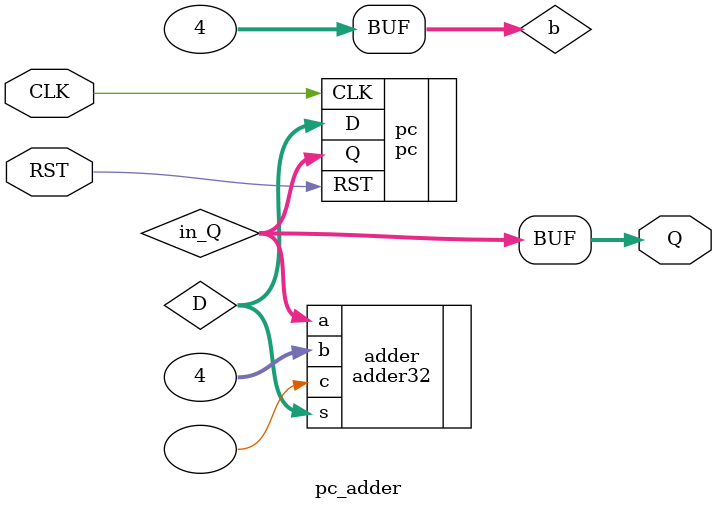
<source format=v>
module pc_adder(CLK, RST, Q);
    input CLK, RST;
    output[31:0] Q;

    wire[31:0] D, in_Q;
    wire[31:0] a, b;

    pc pc(
        .CLK(CLK),
        .RST(RST),
        .D(D),
        .Q(in_Q)
    );

    adder32 adder(
        .a(in_Q),
        .b(b),
        .s(D),
        .c()
    );

    assign b = 32'h00000004;
    assign Q = in_Q;

endmodule
</source>
